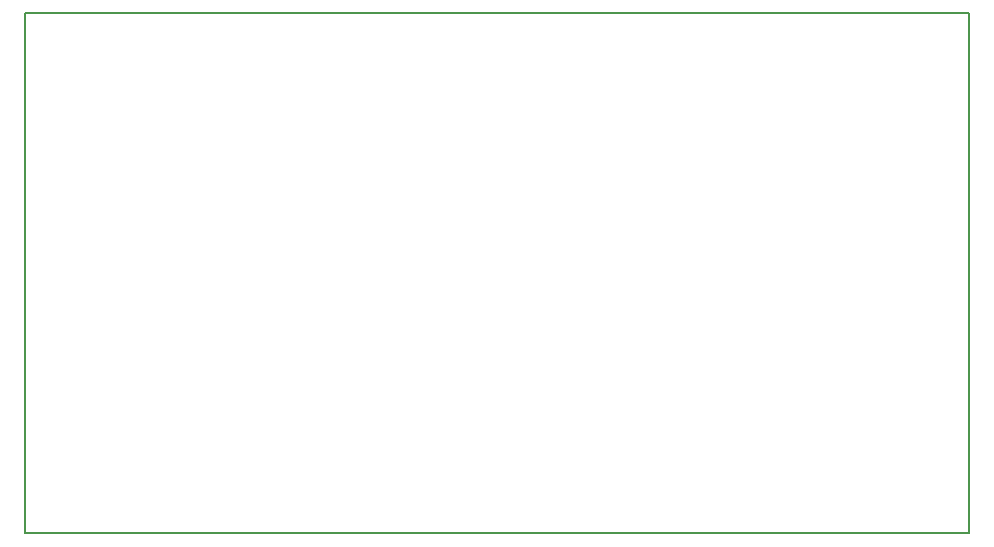
<source format=gm1>
G04 #@! TF.FileFunction,Profile,NP*
%FSLAX46Y46*%
G04 Gerber Fmt 4.6, Leading zero omitted, Abs format (unit mm)*
G04 Created by KiCad (PCBNEW 4.0.6) date 09/01/17 10:43:57*
%MOMM*%
%LPD*%
G01*
G04 APERTURE LIST*
%ADD10C,0.100000*%
%ADD11C,0.150000*%
G04 APERTURE END LIST*
D10*
D11*
X101000000Y-125300000D02*
X101000000Y-81300000D01*
X181000000Y-125300000D02*
X101000000Y-125300000D01*
X181000000Y-81300000D02*
X181000000Y-125300000D01*
X101000000Y-81300000D02*
X181000000Y-81300000D01*
M02*

</source>
